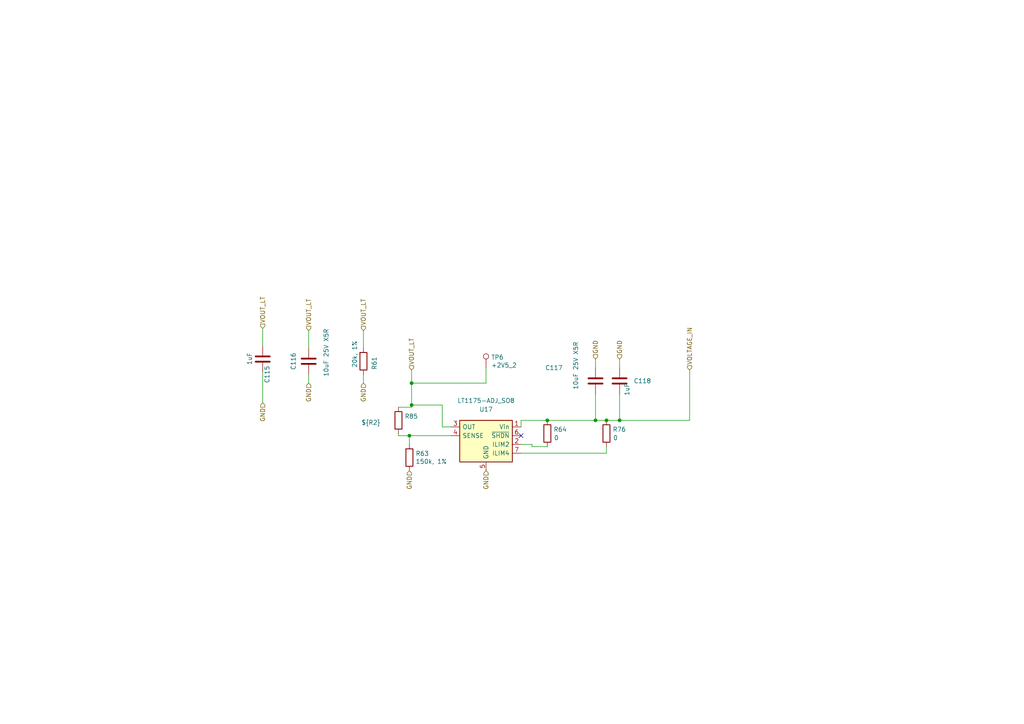
<source format=kicad_sch>
(kicad_sch (version 20231120) (generator "eeschema") (generator_version "8.0")
  (paper "A4")
  (lib_symbols
    (symbol "Connector:TestPoint" (pin_numbers hide) (pin_names (offset 0.762) hide)
      (property "Reference" "TP" (at 0 6.858 0))
      (property "Value" "TestPoint" (at 0 5.08 0))
      (symbol "TestPoint_0_1"
        (circle (center 0 3.302) (radius 0.762))
      )
      (symbol "TestPoint_1_1"
        (pin passive line (at 0 0 90) (length 2.54) (name "1") (number "1"))
      )
    )
    (symbol "Device:C" (pin_numbers hide) (pin_names (offset 0.254))
      (property "Reference" "C" (at 0.635 2.54 0))
      (property "Value" "C" (at 0.635 -2.54 0))
      (symbol "C_0_1"
        (polyline (pts (xy -2.032 -0.762) (xy 2.032 -0.762)) (stroke (width 0.508)))
        (polyline (pts (xy -2.032 0.762) (xy 2.032 0.762)) (stroke (width 0.508)))
      )
      (symbol "C_1_1"
        (pin passive line (at 0 3.81 270) (length 2.794) (name "~") (number "1"))
        (pin passive line (at 0 -3.81 90) (length 2.794) (name "~") (number "2"))
      )
    )
    (symbol "Device:R" (pin_numbers hide) (pin_names (offset 0))
      (property "Reference" "R" (at 2.032 0 90))
      (property "Value" "R" (at 0 0 90))
      (symbol "R_0_1"
        (rectangle (start -1.016 -2.54) (end 1.016 2.54) (stroke (width 0.254)))
      )
      (symbol "R_1_1"
        (pin passive line (at 0 3.81 270) (length 1.27) (name "~") (number "1"))
        (pin passive line (at 0 -3.81 90) (length 1.27) (name "~") (number "2"))
      )
    )
    (symbol "Regulator_Linear:LT1175-ADJ_SO8_DIP8" (pin_names (offset 0.762))
      (property "Reference" "U" (at -5.715 -8.255 0))
      (property "Value" "LT1175-ADJ_SO8_DIP8" (at 0 -8.255 0))
      (symbol "LT1175-ADJ_SO8_DIP8_0_1"
        (rectangle (start -7.62 -6.985) (end 7.62 5.08) (stroke (width 0.254)) (fill (type background)))
      )
      (symbol "LT1175-ADJ_SO8_DIP8_1_1"
        (pin power_in line (at -10.16 -5.08 0) (length 2.54) (name "Vin") (number "1"))
        (pin input line (at -10.16 0 0) (length 2.54) (name "ILIM2") (number "2"))
        (pin power_out line (at 10.16 -5.08 180) (length 2.54) (name "OUT") (number "3"))
        (pin input line (at 10.16 -2.54 180) (length 2.54) (name "SENSE") (number "4"))
        (pin power_in line (at 0 7.62 270) (length 2.54) (name "GND") (number "5"))
        (pin input line (at -10.16 -2.54 0) (length 2.54) (name "~{SHDN}") (number "6"))
        (pin input line (at -10.16 2.54 0) (length 2.54) (name "ILIM4") (number "7"))
        (pin passive line (at -10.16 -5.08 0) (length 2.54) hide (name "Vin") (number "8"))
      )
    )
  )
  (junction (at 175.895 121.92))
  (junction (at 119.38 111.125))
  (junction (at 119.38 117.475))
  (junction (at 118.745 126.365))
  (junction (at 158.75 121.92))
  (junction (at 179.705 121.92))
  (junction (at 172.72 121.92))
  (no_connect (at 151.13 126.365))
  (wire (pts (xy 151.13 121.92) (xy 151.13 123.825)))
  (wire (pts (xy 172.72 121.92) (xy 175.895 121.92)))
  (wire (pts (xy 119.38 118.11) (xy 119.38 117.475)))
  (wire (pts (xy 175.895 121.92) (xy 179.705 121.92)))
  (wire (pts (xy 154.305 128.905) (xy 151.13 128.905)))
  (wire (pts (xy 172.72 106.68) (xy 172.72 104.14)))
  (wire (pts (xy 179.705 104.14) (xy 179.705 106.68)))
  (wire (pts (xy 172.72 121.92) (xy 172.72 114.3)))
  (wire (pts (xy 89.535 108.585) (xy 89.535 111.125)))
  (wire (pts (xy 158.75 121.92) (xy 172.72 121.92)))
  (wire (pts (xy 119.38 107.315) (xy 119.38 111.125)))
  (wire (pts (xy 130.81 123.825) (xy 128.27 123.825)))
  (wire (pts (xy 158.75 129.54) (xy 154.305 129.54)))
  (wire (pts (xy 118.745 126.365) (xy 130.81 126.365)))
  (wire (pts (xy 105.41 108.585) (xy 105.41 111.125)))
  (wire (pts (xy 118.745 126.365) (xy 118.745 128.905)))
  (wire (pts (xy 115.57 126.365) (xy 118.745 126.365)))
  (wire (pts (xy 119.38 117.475) (xy 128.27 117.475)))
  (wire (pts (xy 76.2 107.95) (xy 76.2 116.84)))
  (wire (pts (xy 140.97 111.125) (xy 119.38 111.125)))
  (wire (pts (xy 140.97 106.68) (xy 140.97 111.125)))
  (wire (pts (xy 200.025 121.92) (xy 200.025 107.315)))
  (wire (pts (xy 175.895 131.445) (xy 151.13 131.445)))
  (wire (pts (xy 76.2 95.25) (xy 76.2 100.33)))
  (wire (pts (xy 115.57 125.73) (xy 115.57 126.365)))
  (wire (pts (xy 105.41 95.885) (xy 105.41 100.965)))
  (wire (pts (xy 179.705 121.92) (xy 200.025 121.92)))
  (wire (pts (xy 154.305 129.54) (xy 154.305 128.905)))
  (wire (pts (xy 89.535 95.885) (xy 89.535 100.965)))
  (wire (pts (xy 151.13 121.92) (xy 158.75 121.92)))
  (wire (pts (xy 119.38 111.125) (xy 119.38 117.475)))
  (wire (pts (xy 128.27 123.825) (xy 128.27 117.475)))
  (wire (pts (xy 179.705 114.3) (xy 179.705 121.92)))
  (wire (pts (xy 115.57 118.11) (xy 119.38 118.11)))
  (wire (pts (xy 175.895 129.54) (xy 175.895 131.445)))
  (hierarchical_label "VOLTAGE_IN" (shape input) (at 200.025 107.315 90))
  (hierarchical_label "GND" (shape input) (at 118.745 136.525 270))
  (hierarchical_label "GND" (shape input) (at 76.2 116.84 270))
  (hierarchical_label "GND" (shape input) (at 105.41 111.125 270))
  (hierarchical_label "GND" (shape input) (at 140.97 136.525 270))
  (hierarchical_label "GND" (shape input) (at 89.535 111.125 270))
  (hierarchical_label "VOUT_LT" (shape input) (at 119.38 107.315 90))
  (hierarchical_label "VOUT_LT" (shape input) (at 105.41 95.885 90))
  (hierarchical_label "GND" (shape input) (at 179.705 104.14 90))
  (hierarchical_label "VOUT_LT" (shape input) (at 76.2 95.25 90))
  (hierarchical_label "VOUT_LT" (shape input) (at 89.535 95.885 90))
  (hierarchical_label "GND" (shape input) (at 172.72 104.14 90))
  (symbol (lib_id "Device:R") (at 175.895 125.73 0) (unit 1)
    (property "Reference" "R76" (at 177.673 124.5616 0) (effects (justify left)))
    (property "Value" "0" (at 177.8 127 0) (effects (justify left)))
    (property "Footprint" "lib_mods:R_0603_1608Metric_u" (effects (hide yes)))
    (property "JLC" "0603" (effects (hide yes)))
    (property "LCSC" "C21189" (effects (hide yes)))
    (instances (project "linbo3modulator" (path "" (reference "R76") (unit 1)) (path "" (reference "R106") (unit 1))))
  )
  (symbol (lib_id "Device:R") (at 105.41 104.775 0) (unit 1)
    (property "Reference" "R61" (at 108.585 107.315 90) (effects (justify left)))
    (property "Value" "20k, 1%" (at 102.87 106.68 90) (effects (justify left)))
    (property "Footprint" "lib_mods:R_0603_1608Metric_u" (effects (hide yes)))
    (property "JLC" "0603" (effects (hide yes)))
    (property "LCSC" "C4184" (effects (hide yes)))
    (instances (project "linbo3modulator" (path "" (reference "R61") (unit 1)) (path "" (reference "R102") (unit 1))))
  )
  (symbol (lib_id "Device:R") (at 115.57 121.92 0) (unit 1)
    (property "Reference" "R85" (at 117.348 120.7516 0) (effects (justify left)))
    (property "Value" "${R2}" (at 104.775 122.555 0) (effects (justify left)))
    (property "Footprint" "lib_mods:R_0603_1608Metric_u" (effects (hide yes)))
    (property "JLC" "0603" (effects (hide yes)))
    (property "LCSC" "${R2LCSC}" (effects (hide yes)))
    (instances (project "linbo3modulator" (path "" (reference "R85") (unit 1)) (path "" (reference "R103") (unit 1))))
  )
  (symbol (lib_id "Connector:TestPoint") (at 140.97 106.68 0) (unit 1)
    (property "Reference" "TP6" (at 142.4432 103.632 0) (effects (justify left)))
    (property "Value" "+2V5_2" (at 142.4432 105.9434 0) (effects (justify left)))
    (property "Footprint" "TestPoint:TestPoint_Pad_D1.0mm" (effects (hide yes)))
    (instances (project "linbo3modulator" (path "" (reference "TP6") (unit 1)) (path "" (reference "TP8") (unit 1))))
  )
  (symbol (lib_id "Device:C") (at 179.705 110.49 0) (unit 1)
    (property "Reference" "C118" (at 183.769 110.49 0) (effects (justify left)))
    (property "Value" "1uF" (at 181.864 114.808 90) (effects (justify left)))
    (property "Footprint" "lib_mods:C_0603_1608Metric_u" (effects (hide yes)))
    (property "HQ" "CA0000456" (effects (hide yes)))
    (property "JLC" "0603" (effects (hide yes)))
    (property "LCSC" "C15849" (effects (hide yes)))
    (instances (project "linbo3modulator" (path "" (reference "C118") (unit 1)) (path "" (reference "C131") (unit 1))))
  )
  (symbol (lib_id "Regulator_Linear:LT1175-ADJ_SO8_DIP8") (at 140.97 128.905 180) (unit 1)
    (property "Reference" "U17" (at 140.97 118.745 0))
    (property "Value" "LT1175-ADJ_SO8" (at 140.97 116.205 0))
    (property "Footprint" "lib_mods:LT1763CS8_PBF_SOIC127P599X175-8N" (effects (hide yes)))
    (property "Datasheet" "https://www.analog.com/media/en/technical-documentation/data-sheets/1175ff.pdf" (effects (hide yes)))
    (property "LCSC" " C462692" (effects (hide yes)))
    (instances (project "linbo3modulator" (path "" (reference "U17") (unit 1)) (path "" (reference "U18") (unit 1))))
  )
  (symbol (lib_id "Device:C") (at 89.535 104.775 180) (unit 1)
    (property "Reference" "C116" (at 85.09 102.235 90) (effects (justify left)))
    (property "Value" "10uF 25V X5R" (at 94.615 95.25 90) (effects (justify left)))
    (property "Footprint" "lib_mods:C_0805_2012Metric_u" (effects (hide yes)))
    (property "HQ" "CA0174045" (effects (hide yes)))
    (property "JLC" "0805" (effects (hide yes)))
    (property "LCSC" "C15850" (effects (hide yes)))
    (instances (project "linbo3modulator" (path "" (reference "C116") (unit 1)) (path "" (reference "C129") (unit 1))))
  )
  (symbol (lib_id "Device:R") (at 158.75 125.73 0) (unit 1)
    (property "Reference" "R64" (at 160.528 124.5616 0) (effects (justify left)))
    (property "Value" "0" (at 160.655 127 0) (effects (justify left)))
    (property "Footprint" "lib_mods:R_0603_1608Metric_u" (effects (hide yes)))
    (property "JLC" "0603" (effects (hide yes)))
    (property "LCSC" "C21189" (effects (hide yes)))
    (instances (project "linbo3modulator" (path "" (reference "R64") (unit 1)) (path "" (reference "R105") (unit 1))))
  )
  (symbol (lib_id "Device:R") (at 118.745 132.715 0) (unit 1)
    (property "Reference" "R63" (at 120.523 131.5466 0) (effects (justify left)))
    (property "Value" "150k, 1%" (at 120.523 133.858 0) (effects (justify left)))
    (property "Footprint" "lib_mods:R_0603_1608Metric_u" (effects (hide yes)))
    (property "JLC" "0603" (effects (hide yes)))
    (property "LCSC" "C22807" (effects (hide yes)))
    (instances (project "linbo3modulator" (path "" (reference "R63") (unit 1)) (path "" (reference "R104") (unit 1))))
  )
  (symbol (lib_id "Device:C") (at 172.72 110.49 0) (unit 1)
    (property "Reference" "C117" (at 158.115 106.68 0) (effects (justify left)))
    (property "Value" "10uF 25V X5R" (at 167.005 113.03 90) (effects (justify left)))
    (property "Footprint" "lib_mods:C_0805_2012Metric_u" (effects (hide yes)))
    (property "HQ" "CA0174045" (effects (hide yes)))
    (property "JLC" "0805" (effects (hide yes)))
    (property "LCSC" "C15850" (effects (hide yes)))
    (instances (project "linbo3modulator" (path "" (reference "C117") (unit 1)) (path "" (reference "C130") (unit 1))))
  )
  (symbol (lib_id "Device:C") (at 76.2 104.14 180) (unit 1)
    (property "Reference" "C115" (at 77.47 106.045 90) (effects (justify left)))
    (property "Value" "1uF" (at 72.39 102.235 90) (effects (justify left)))
    (property "Footprint" "lib_mods:C_0603_1608Metric_u" (effects (hide yes)))
    (property "HQ" "CA0000456" (effects (hide yes)))
    (property "JLC" "0603" (effects (hide yes)))
    (property "LCSC" "C15849" (effects (hide yes)))
    (instances (project "linbo3modulator" (path "" (reference "C115") (unit 1)) (path "" (reference "C128") (unit 1))))
  )
)
</source>
